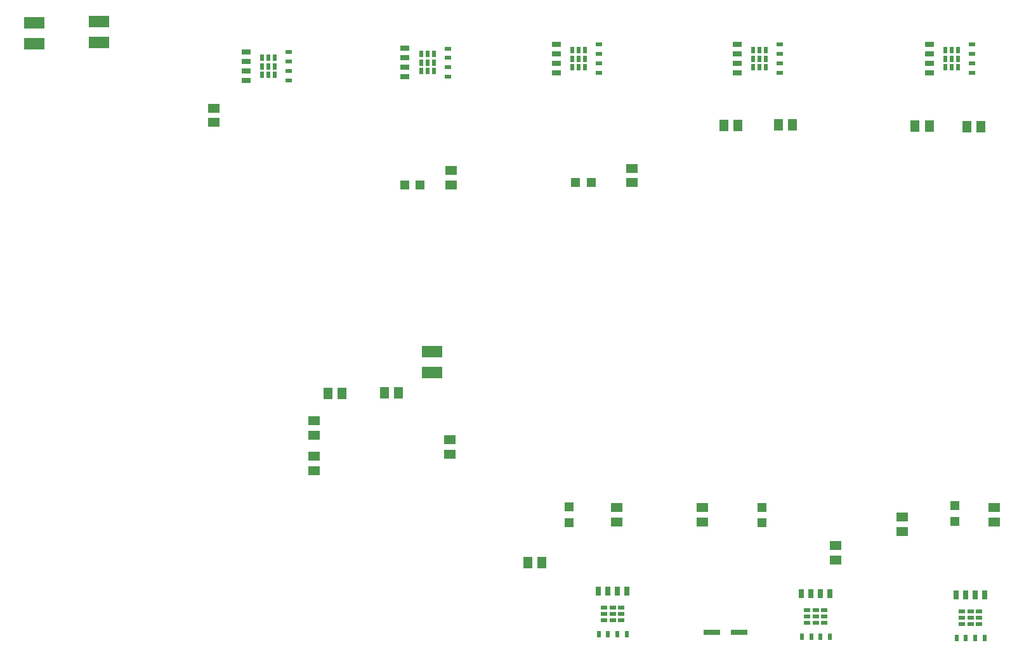
<source format=gbr>
G04 EAGLE Gerber X2 export*
%TF.Part,Single*%
%TF.FileFunction,Paste,Top*%
%TF.FilePolarity,Positive*%
%TF.GenerationSoftware,Autodesk,EAGLE,9.1.3*%
%TF.CreationDate,2018-11-12T20:02:43Z*%
G75*
%MOMM*%
%FSLAX34Y34*%
%LPD*%
%AMOC8*
5,1,8,0,0,1.08239X$1,22.5*%
G01*
%ADD10R,0.700000X1.150000*%
%ADD11R,0.900000X0.600000*%
%ADD12R,0.600000X0.900000*%
%ADD13R,1.150000X0.700000*%
%ADD14R,1.500000X1.300000*%
%ADD15R,2.200000X0.650000*%
%ADD16R,1.200000X1.200000*%
%ADD17R,1.300000X1.500000*%
%ADD18R,2.700000X1.600000*%


D10*
X1405890Y197430D03*
X1418590Y197430D03*
X1431300Y197430D03*
X1443990Y197430D03*
D11*
X1424940Y167180D03*
X1424940Y158680D03*
X1424940Y175680D03*
X1413440Y158680D03*
X1413440Y167180D03*
X1413440Y175680D03*
X1436440Y175680D03*
X1436440Y167180D03*
X1436440Y158680D03*
D12*
X1443690Y140180D03*
X1406190Y140180D03*
X1431190Y140180D03*
X1418690Y140180D03*
D10*
X928370Y202510D03*
X941070Y202510D03*
X953780Y202510D03*
X966470Y202510D03*
D11*
X947420Y172260D03*
X947420Y163760D03*
X947420Y180760D03*
X935920Y163760D03*
X935920Y172260D03*
X935920Y180760D03*
X958920Y180760D03*
X958920Y172260D03*
X958920Y163760D03*
D12*
X966170Y145260D03*
X928670Y145260D03*
X953670Y145260D03*
X941170Y145260D03*
D13*
X457890Y885190D03*
X457890Y897890D03*
X457890Y910600D03*
X457890Y923290D03*
D12*
X488140Y904240D03*
X496640Y904240D03*
X479640Y904240D03*
X496640Y892740D03*
X488140Y892740D03*
X479640Y892740D03*
X479640Y915740D03*
X488140Y915740D03*
X496640Y915740D03*
D11*
X515140Y922990D03*
X515140Y885490D03*
X515140Y910490D03*
X515140Y897990D03*
D14*
X730120Y385870D03*
X730120Y404870D03*
D15*
X1079280Y147860D03*
X1116280Y147860D03*
D13*
X670167Y890138D03*
X670167Y902838D03*
X670167Y915548D03*
X670167Y928238D03*
D12*
X700417Y909188D03*
X708917Y909188D03*
X691917Y909188D03*
X708917Y897688D03*
X700417Y897688D03*
X691917Y897688D03*
X691917Y920688D03*
X700417Y920688D03*
X708917Y920688D03*
D11*
X727417Y927938D03*
X727417Y890438D03*
X727417Y915438D03*
X727417Y902938D03*
D13*
X871910Y895350D03*
X871910Y908050D03*
X871910Y920760D03*
X871910Y933450D03*
D12*
X902160Y914400D03*
X910660Y914400D03*
X893660Y914400D03*
X910660Y902900D03*
X902160Y902900D03*
X893660Y902900D03*
X893660Y925900D03*
X902160Y925900D03*
X910660Y925900D03*
D11*
X929160Y933150D03*
X929160Y895650D03*
X929160Y920650D03*
X929160Y908150D03*
D13*
X1113210Y895350D03*
X1113210Y908050D03*
X1113210Y920760D03*
X1113210Y933450D03*
D12*
X1143460Y914400D03*
X1151960Y914400D03*
X1134960Y914400D03*
X1151960Y902900D03*
X1143460Y902900D03*
X1134960Y902900D03*
X1134960Y925900D03*
X1143460Y925900D03*
X1151960Y925900D03*
D11*
X1170460Y933150D03*
X1170460Y895650D03*
X1170460Y920650D03*
X1170460Y908150D03*
D16*
X889000Y315300D03*
X889000Y294300D03*
X1403590Y316850D03*
X1403590Y295850D03*
X1146490Y314910D03*
X1146490Y293910D03*
X690577Y745343D03*
X669577Y745343D03*
X918879Y748629D03*
X897879Y748629D03*
D14*
X952500Y314300D03*
X952500Y295300D03*
X548840Y383070D03*
X548840Y364070D03*
D17*
X833780Y241300D03*
X852780Y241300D03*
D14*
X1333500Y301600D03*
X1333500Y282600D03*
X1244990Y263500D03*
X1244990Y244500D03*
D17*
X1095400Y825500D03*
X1114400Y825500D03*
X1350660Y823930D03*
X1369660Y823930D03*
D14*
X1456240Y314300D03*
X1456240Y295300D03*
D17*
X1438850Y823220D03*
X1419850Y823220D03*
X1187240Y825560D03*
X1168240Y825560D03*
D14*
X1066800Y314300D03*
X1066800Y295300D03*
X731520Y745878D03*
X731520Y764878D03*
X972692Y748672D03*
X972692Y767672D03*
X415310Y848040D03*
X415310Y829040D03*
D13*
X1369750Y895350D03*
X1369750Y908050D03*
X1369750Y920760D03*
X1369750Y933450D03*
D12*
X1400000Y914400D03*
X1408500Y914400D03*
X1391500Y914400D03*
X1408500Y902900D03*
X1400000Y902900D03*
X1391500Y902900D03*
X1391500Y925900D03*
X1400000Y925900D03*
X1408500Y925900D03*
D11*
X1427000Y933150D03*
X1427000Y895650D03*
X1427000Y920650D03*
X1427000Y908150D03*
D10*
X1199360Y199350D03*
X1212060Y199350D03*
X1224770Y199350D03*
X1237460Y199350D03*
D11*
X1218410Y169100D03*
X1218410Y160600D03*
X1218410Y177600D03*
X1206910Y160600D03*
X1206910Y169100D03*
X1206910Y177600D03*
X1229910Y177600D03*
X1229910Y169100D03*
X1229910Y160600D03*
D12*
X1237160Y142100D03*
X1199660Y142100D03*
X1224660Y142100D03*
X1212160Y142100D03*
D17*
X586080Y467360D03*
X567080Y467360D03*
D18*
X705860Y495010D03*
X705860Y523010D03*
D14*
X549030Y411270D03*
X549030Y430270D03*
D17*
X642530Y467860D03*
X661530Y467860D03*
D18*
X261860Y963990D03*
X261860Y935990D03*
X175740Y934590D03*
X175740Y962590D03*
M02*

</source>
